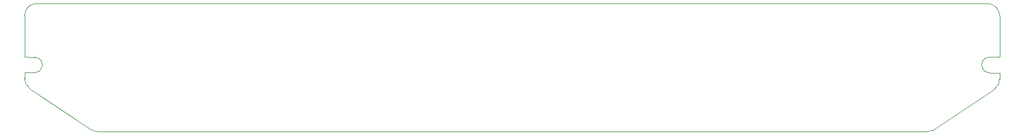
<source format=gm1>
G04 #@! TF.GenerationSoftware,KiCad,Pcbnew,(5.1.5-0-10_14)*
G04 #@! TF.CreationDate,2020-11-03T20:34:37-05:00*
G04 #@! TF.ProjectId,FamiCoun,46616d69-436f-4756-9e2e-6b696361645f,rev?*
G04 #@! TF.SameCoordinates,Original*
G04 #@! TF.FileFunction,Profile,NP*
%FSLAX46Y46*%
G04 Gerber Fmt 4.6, Leading zero omitted, Abs format (unit mm)*
G04 Created by KiCad (PCBNEW (5.1.5-0-10_14)) date 2020-11-03 20:34:37*
%MOMM*%
%LPD*%
G04 APERTURE LIST*
%ADD10C,0.050000*%
G04 APERTURE END LIST*
D10*
X87757000Y-88874600D02*
G75*
G02X89562940Y-87068660I1805940J0D01*
G01*
X98524060Y-105966396D02*
G75*
G02X97406460Y-105600500I2540J1897516D01*
G01*
X88497656Y-99583847D02*
G75*
G02X87767160Y-98137980I1100844J1463647D01*
G01*
X88497656Y-99583847D02*
X97406460Y-105600500D01*
X231095807Y-98216720D02*
G75*
G02X230370380Y-99664520I-1807467J0D01*
G01*
X221252827Y-105770838D02*
G75*
G02X220454221Y-105966259I-742727J1305718D01*
G01*
X229242620Y-87066998D02*
G75*
G02X231096820Y-88857806I-15240J-1871102D01*
G01*
X229242620Y-87066999D02*
X89562940Y-87068660D01*
X231096820Y-94983300D02*
X231096820Y-88857806D01*
X229631240Y-97289620D02*
G75*
G02X229631240Y-94983300I0J1153160D01*
G01*
X231096820Y-97289620D02*
X231095807Y-98216720D01*
X231096820Y-97289620D02*
X229631240Y-97289620D01*
X231096820Y-94983300D02*
X229631240Y-94983300D01*
X230370380Y-99664520D02*
X221252827Y-105770837D01*
X98526600Y-105966260D02*
X220454221Y-105966259D01*
X87767160Y-97266760D02*
X87767160Y-98137980D01*
X89214960Y-97266760D02*
X87767160Y-97266760D01*
X89214960Y-94996000D02*
G75*
G02X89214960Y-97266760I0J-1135380D01*
G01*
X87754460Y-94990920D02*
X89214960Y-94996000D01*
X87754460Y-94990920D02*
X87757000Y-88874600D01*
M02*

</source>
